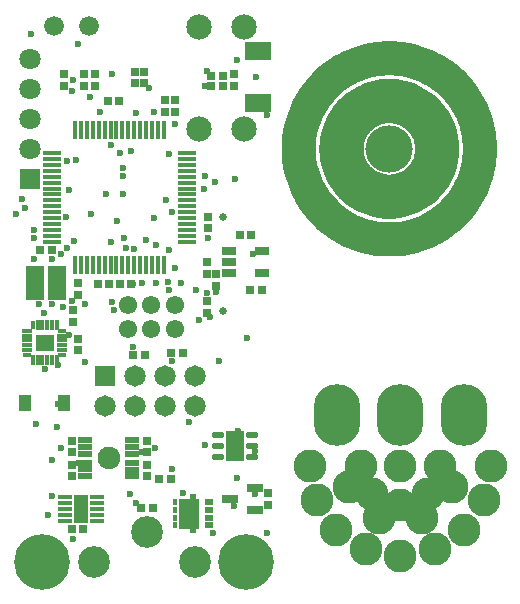
<source format=gbs>
G04*
G04 #@! TF.GenerationSoftware,Altium Limited,Altium Designer,20.0.13 (296)*
G04*
G04 Layer_Color=16711935*
%FSLAX25Y25*%
%MOIN*%
G70*
G01*
G75*
%ADD42C,0.11200*%
%ADD45C,0.14575*%
%ADD92C,0.15750*%
%ADD98R,0.03150X0.03110*%
%ADD100R,0.02953X0.02559*%
%ADD101R,0.02559X0.02953*%
%ADD111R,0.03110X0.03150*%
%ADD117O,0.15591X0.20591*%
%ADD120C,0.07591*%
%ADD121C,0.06591*%
%ADD122C,0.06102*%
%ADD123R,0.05891X0.05391*%
%ADD124R,0.07087X0.07087*%
%ADD125C,0.07087*%
%ADD126R,0.07146X0.07146*%
%ADD127C,0.07146*%
%ADD128C,0.08465*%
%ADD129C,0.18591*%
%ADD130C,0.10591*%
%ADD131C,0.02559*%
%ADD132C,0.02362*%
%ADD133C,0.11000*%
%ADD134R,0.04528X0.01772*%
%ADD135R,0.02559X0.01968*%
%ADD136R,0.01772X0.02165*%
%ADD137R,0.07091X0.10236*%
%ADD138R,0.02284X0.02087*%
%ADD139R,0.04528X0.01969*%
%ADD140R,0.01191X0.02791*%
%ADD141R,0.01378X0.03543*%
%ADD142R,0.02791X0.01191*%
%ADD143R,0.03543X0.01378*%
%ADD144R,0.04921X0.02953*%
%ADD145R,0.08858X0.06102*%
%ADD146R,0.06496X0.11221*%
%ADD147R,0.05512X0.02953*%
%ADD148R,0.06091X0.09921*%
G04:AMPARAMS|DCode=149|XSize=39.76mil|YSize=21.65mil|CornerRadius=4.92mil|HoleSize=0mil|Usage=FLASHONLY|Rotation=0.000|XOffset=0mil|YOffset=0mil|HoleType=Round|Shape=RoundedRectangle|*
%AMROUNDEDRECTD149*
21,1,0.03976,0.01181,0,0,0.0*
21,1,0.02992,0.02165,0,0,0.0*
1,1,0.00984,0.01496,-0.00591*
1,1,0.00984,-0.01496,-0.00591*
1,1,0.00984,-0.01496,0.00591*
1,1,0.00984,0.01496,0.00591*
%
%ADD149ROUNDEDRECTD149*%
%ADD150R,0.04173X0.05394*%
%ADD151R,0.01772X0.06398*%
%ADD152R,0.06398X0.01772*%
%ADD153R,0.05091X0.09646*%
D42*
X677059Y543108D02*
X677043Y544106D01*
X676993Y545104D01*
X676911Y546099D01*
X676795Y547091D01*
X676647Y548078D01*
X676467Y549060D01*
X676254Y550036D01*
X676008Y551004D01*
X675731Y551964D01*
X675423Y552914D01*
X675083Y553853D01*
X674712Y554780D01*
X674311Y555694D01*
X673880Y556595D01*
X673419Y557481D01*
X672929Y558351D01*
X672411Y559205D01*
X671865Y560041D01*
X671291Y560859D01*
X670691Y561657D01*
X670065Y562435D01*
X669413Y563191D01*
X668737Y563926D01*
X668037Y564638D01*
X667313Y565326D01*
X666567Y565990D01*
X665800Y566630D01*
X665012Y567243D01*
X664204Y567830D01*
X663377Y568390D01*
X662532Y568922D01*
X661670Y569426D01*
X660792Y569902D01*
X659898Y570348D01*
X658990Y570764D01*
X658069Y571150D01*
X657136Y571505D01*
X656191Y571829D01*
X655237Y572122D01*
X654273Y572383D01*
X653301Y572612D01*
X652322Y572809D01*
X651337Y572974D01*
X650347Y573105D01*
X649353Y573204D01*
X648356Y573270D01*
X647358Y573303D01*
X646360D01*
X645362Y573270D01*
X644365Y573204D01*
X643371Y573105D01*
X642382Y572974D01*
X641397Y572809D01*
X640417Y572612D01*
X639445Y572383D01*
X638482Y572122D01*
X637527Y571829D01*
X636582Y571505D01*
X635649Y571150D01*
X634728Y570764D01*
X633820Y570348D01*
X632927Y569902D01*
X632048Y569426D01*
X631186Y568922D01*
X630341Y568390D01*
X629514Y567830D01*
X628707Y567243D01*
X627918Y566630D01*
X627151Y565990D01*
X626405Y565326D01*
X625682Y564638D01*
X624981Y563926D01*
X624305Y563191D01*
X623653Y562435D01*
X623027Y561657D01*
X622427Y560859D01*
X621853Y560041D01*
X621307Y559205D01*
X620789Y558352D01*
X620299Y557481D01*
X619838Y556595D01*
X619407Y555694D01*
X619006Y554780D01*
X618635Y553853D01*
X618295Y552914D01*
X617987Y551964D01*
X617710Y551004D01*
X617465Y550036D01*
X617252Y549060D01*
X617071Y548078D01*
X616923Y547091D01*
X616808Y546099D01*
X616725Y545104D01*
X616676Y544106D01*
X616659Y543108D01*
X616676Y542109D01*
X616725Y541112D01*
X616808Y540116D01*
X616923Y539124D01*
X617071Y538137D01*
X617252Y537155D01*
X617465Y536179D01*
X617710Y535211D01*
X617987Y534251D01*
X618295Y533302D01*
X618635Y532363D01*
X619006Y531435D01*
X619407Y530521D01*
X619838Y529620D01*
X620299Y528734D01*
X620789Y527864D01*
X621307Y527010D01*
X621853Y526174D01*
X622427Y525356D01*
X623027Y524558D01*
X623653Y523781D01*
X624305Y523024D01*
X624981Y522289D01*
X625682Y521577D01*
X626405Y520889D01*
X627151Y520225D01*
X627918Y519586D01*
X628706Y518972D01*
X629514Y518385D01*
X630341Y517825D01*
X631186Y517293D01*
X632048Y516789D01*
X632926Y516314D01*
X633820Y515868D01*
X634728Y515451D01*
X635649Y515065D01*
X636582Y514710D01*
X637527Y514386D01*
X638481Y514093D01*
X639445Y513832D01*
X640417Y513603D01*
X641396Y513406D01*
X642381Y513241D01*
X643371Y513110D01*
X644365Y513011D01*
X645362Y512945D01*
X646360Y512912D01*
X647358Y512912D01*
X648356Y512945D01*
X649353Y513011D01*
X650347Y513110D01*
X651336Y513241D01*
X652321Y513406D01*
X653301Y513602D01*
X654273Y513832D01*
X655236Y514093D01*
X656191Y514386D01*
X657136Y514710D01*
X658069Y515065D01*
X658990Y515451D01*
X659898Y515867D01*
X660791Y516313D01*
X661670Y516789D01*
X662532Y517293D01*
X663377Y517825D01*
X664204Y518385D01*
X665012Y518972D01*
X665800Y519585D01*
X666567Y520224D01*
X667313Y520889D01*
X668036Y521577D01*
X668737Y522289D01*
X669413Y523024D01*
X670065Y523780D01*
X670691Y524558D01*
X671291Y525356D01*
X671865Y526174D01*
X672411Y527010D01*
X672929Y527864D01*
X673419Y528734D01*
X673880Y529620D01*
X674311Y530521D01*
X674712Y531435D01*
X675083Y532363D01*
X675423Y533301D01*
X675731Y534251D01*
X676008Y535211D01*
X676254Y536179D01*
X676467Y537155D01*
X676647Y538137D01*
X676795Y539124D01*
X676911Y540116D01*
X676993Y541112D01*
X677043Y542109D01*
X677059Y543108D01*
D45*
X662809Y543108D02*
X662778Y544109D01*
X662683Y545107D01*
X662527Y546096D01*
X662308Y547074D01*
X662029Y548036D01*
X661689Y548979D01*
X661291Y549899D01*
X660836Y550792D01*
X660326Y551654D01*
X659763Y552483D01*
X659149Y553274D01*
X658486Y554026D01*
X657778Y554735D01*
X657026Y555397D01*
X656234Y556011D01*
X655406Y556574D01*
X654543Y557085D01*
X653650Y557540D01*
X652731Y557937D01*
X651788Y558277D01*
X650826Y558556D01*
X649848Y558775D01*
X648858Y558932D01*
X647861Y559026D01*
X646859Y559058D01*
X645858Y559026D01*
X644860Y558932D01*
X643870Y558775D01*
X642893Y558556D01*
X641930Y558277D01*
X640988Y557937D01*
X640068Y557540D01*
X639175Y557085D01*
X638313Y556575D01*
X637484Y556011D01*
X636692Y555397D01*
X635941Y554735D01*
X635232Y554026D01*
X634569Y553274D01*
X633955Y552483D01*
X633392Y551654D01*
X632882Y550792D01*
X632427Y549899D01*
X632029Y548979D01*
X631690Y548036D01*
X631410Y547074D01*
X631192Y546096D01*
X631035Y545107D01*
X630941Y544109D01*
X630909Y543108D01*
X630941Y542106D01*
X631035Y541108D01*
X631192Y540119D01*
X631410Y539141D01*
X631690Y538179D01*
X632029Y537236D01*
X632427Y536316D01*
X632882Y535424D01*
X633392Y534561D01*
X633955Y533732D01*
X634570Y532941D01*
X635232Y532189D01*
X635941Y531481D01*
X636692Y530818D01*
X637484Y530204D01*
X638313Y529640D01*
X639175Y529130D01*
X640068Y528676D01*
X640988Y528278D01*
X641930Y527938D01*
X642893Y527659D01*
X643870Y527440D01*
X644860Y527283D01*
X645858Y527189D01*
X646859Y527157D01*
X647861Y527189D01*
X648858Y527283D01*
X649848Y527440D01*
X650826Y527659D01*
X651788Y527938D01*
X652731Y528278D01*
X653650Y528676D01*
X654543Y529131D01*
X655406Y529640D01*
X656234Y530204D01*
X657026Y530818D01*
X657778Y531481D01*
X658486Y532189D01*
X659149Y532941D01*
X659763Y533732D01*
X660326Y534561D01*
X660836Y535424D01*
X661291Y536316D01*
X661689Y537236D01*
X662029Y538179D01*
X662308Y539141D01*
X662527Y540119D01*
X662683Y541109D01*
X662778Y542106D01*
X662809Y543108D01*
D92*
X646859D02*
D03*
D98*
X541228Y416500D02*
D03*
X544772D02*
D03*
X548772Y564000D02*
D03*
X545228D02*
D03*
X548772Y568000D02*
D03*
X545228D02*
D03*
X553228Y559000D02*
D03*
X556772D02*
D03*
X553272Y498000D02*
D03*
X549728D02*
D03*
X600772Y514500D02*
D03*
X597228D02*
D03*
X557228Y498000D02*
D03*
X560772D02*
D03*
D100*
X573969Y433000D02*
D03*
X570031D02*
D03*
X567969Y423500D02*
D03*
X564032Y423500D02*
D03*
X577969Y475000D02*
D03*
X574031D02*
D03*
X561531Y474500D02*
D03*
X565469D02*
D03*
X587532Y564000D02*
D03*
X591468D02*
D03*
X591468Y567500D02*
D03*
X587532D02*
D03*
X534469Y509500D02*
D03*
X530532D02*
D03*
X604468Y496000D02*
D03*
X600531D02*
D03*
D101*
X538500Y564032D02*
D03*
Y567969D02*
D03*
X572000Y555532D02*
D03*
Y559469D02*
D03*
X575500Y555532D02*
D03*
Y559469D02*
D03*
X541500Y489468D02*
D03*
Y485532D02*
D03*
X589000Y501469D02*
D03*
Y497532D02*
D03*
X586000Y488531D02*
D03*
Y492469D02*
D03*
X543000Y498468D02*
D03*
Y494531D02*
D03*
X606500Y424532D02*
D03*
Y428469D02*
D03*
X586000Y501532D02*
D03*
Y505469D02*
D03*
X595000Y567937D02*
D03*
Y564000D02*
D03*
D111*
X566000Y445772D02*
D03*
Y442228D02*
D03*
Y437772D02*
D03*
Y434228D02*
D03*
X541000Y442228D02*
D03*
Y445772D02*
D03*
X541000Y437772D02*
D03*
X541000Y434228D02*
D03*
X562000Y565228D02*
D03*
Y568772D02*
D03*
X565000Y565228D02*
D03*
Y568772D02*
D03*
X586500Y520272D02*
D03*
Y516728D02*
D03*
X543000Y476228D02*
D03*
Y479772D02*
D03*
D117*
X629338Y454384D02*
D03*
X671896D02*
D03*
X650565D02*
D03*
D120*
X553374Y440024D02*
D03*
D121*
X546811Y584000D02*
D03*
X535000D02*
D03*
D122*
X559626Y483126D02*
D03*
X567500Y483063D02*
D03*
X575374D02*
D03*
Y491000D02*
D03*
X567500D02*
D03*
X559626D02*
D03*
D123*
X532000Y478500D02*
D03*
D124*
X527000Y533000D02*
D03*
D125*
Y543000D02*
D03*
Y553000D02*
D03*
Y563000D02*
D03*
Y573000D02*
D03*
D126*
X552000Y467500D02*
D03*
D127*
X562000D02*
D03*
X572000D02*
D03*
X582000D02*
D03*
X552000Y457500D02*
D03*
X562000D02*
D03*
X572000D02*
D03*
X582000D02*
D03*
D128*
X598551Y549665D02*
D03*
Y583681D02*
D03*
X583591D02*
D03*
Y549665D02*
D03*
D129*
X599000Y405500D02*
D03*
X531000D02*
D03*
D130*
X566000Y415500D02*
D03*
X548500Y405500D02*
D03*
X582000D02*
D03*
D131*
X591575Y489000D02*
D03*
Y520496D02*
D03*
D132*
X585222Y529762D02*
D03*
X588681Y532026D02*
D03*
X585570Y533918D02*
D03*
X522406Y521292D02*
D03*
X599394Y480235D02*
D03*
X596579Y449130D02*
D03*
X587259Y487096D02*
D03*
X528500Y516000D02*
D03*
Y513500D02*
D03*
X539963Y529537D02*
D03*
X558251Y534056D02*
D03*
X558231Y536830D02*
D03*
X560728Y542272D02*
D03*
X557111Y541612D02*
D03*
X558500Y513500D02*
D03*
X532000Y469586D02*
D03*
X552500Y528000D02*
D03*
X573500Y509500D02*
D03*
X569000Y511000D02*
D03*
X583500Y486000D02*
D03*
X602134Y428134D02*
D03*
X561500Y498200D02*
D03*
X527500Y581500D02*
D03*
X602500Y567000D02*
D03*
X558000Y528000D02*
D03*
X595552Y533135D02*
D03*
X606000Y415000D02*
D03*
X529000Y451500D02*
D03*
X545500Y472000D02*
D03*
X586500Y513500D02*
D03*
X575500Y503500D02*
D03*
X524500Y526500D02*
D03*
X574500Y472500D02*
D03*
X541500Y413000D02*
D03*
X533000Y421000D02*
D03*
X534500Y427500D02*
D03*
Y439500D02*
D03*
X574532Y522031D02*
D03*
X596000Y433500D02*
D03*
X564500Y498500D02*
D03*
X531734Y488328D02*
D03*
X538000Y490500D02*
D03*
X534500Y491500D02*
D03*
X530000D02*
D03*
X559000Y510000D02*
D03*
X541000Y492531D02*
D03*
X554500Y492000D02*
D03*
X555000Y489500D02*
D03*
X561531Y476968D02*
D03*
X569000Y498500D02*
D03*
X553957Y511957D02*
D03*
X561685Y509685D02*
D03*
X565768Y512768D02*
D03*
X568469Y520031D02*
D03*
X562500Y555000D02*
D03*
X550500Y555500D02*
D03*
X541500Y566000D02*
D03*
X541000Y562500D02*
D03*
X554500Y568000D02*
D03*
X547000Y560500D02*
D03*
X573500Y541500D02*
D03*
X573086Y498586D02*
D03*
X572532Y525969D02*
D03*
X586000Y495000D02*
D03*
X589000Y495500D02*
D03*
X573500Y496000D02*
D03*
X547500Y521500D02*
D03*
X525500Y523248D02*
D03*
X541926Y512574D02*
D03*
X580000Y452000D02*
D03*
X539500Y510131D02*
D03*
X590000Y472500D02*
D03*
X537500Y508000D02*
D03*
X534500Y506468D02*
D03*
X528516Y506516D02*
D03*
X542500Y539500D02*
D03*
X539500Y539000D02*
D03*
X575500Y551335D02*
D03*
X568469Y555532D02*
D03*
X566728Y563500D02*
D03*
X554000Y544500D02*
D03*
X568838Y443500D02*
D03*
X564500Y442000D02*
D03*
X602000Y442500D02*
D03*
X606000Y554500D02*
D03*
X596158Y572657D02*
D03*
X585500Y564000D02*
D03*
X586031Y569000D02*
D03*
X577500Y498500D02*
D03*
X582500Y496000D02*
D03*
X545362Y491362D02*
D03*
X540011Y481011D02*
D03*
X556000Y519000D02*
D03*
X562532Y425000D02*
D03*
X536500Y471000D02*
D03*
X539000Y520272D02*
D03*
X585500Y444500D02*
D03*
X601500Y508000D02*
D03*
X595000Y424000D02*
D03*
X587968Y415000D02*
D03*
X543000Y578000D02*
D03*
X536500Y458000D02*
D03*
X574500Y436500D02*
D03*
X536000Y450500D02*
D03*
X543500Y438500D02*
D03*
X537500Y443500D02*
D03*
X578000Y428500D02*
D03*
X560500Y428000D02*
D03*
X635621Y530869D02*
D03*
X653121Y571369D02*
D03*
X659621Y567369D02*
D03*
X646859Y514621D02*
D03*
Y508923D02*
D03*
X650621Y516869D02*
D03*
X652621Y511369D02*
D03*
X655621Y518369D02*
D03*
X658121Y513369D02*
D03*
X660621Y520369D02*
D03*
X664121Y515869D02*
D03*
X665621Y523369D02*
D03*
X670121Y520369D02*
D03*
Y528369D02*
D03*
X675121Y526369D02*
D03*
X673621Y533869D02*
D03*
X678121Y532869D02*
D03*
X674121Y540369D02*
D03*
X680121Y539869D02*
D03*
X674621Y546369D02*
D03*
X680621Y547369D02*
D03*
X672280Y553257D02*
D03*
X678621Y554369D02*
D03*
X669121Y558869D02*
D03*
X674621Y561369D02*
D03*
X665121Y563369D02*
D03*
X668121Y567869D02*
D03*
X660621Y573869D02*
D03*
X653621Y576369D02*
D03*
X646859Y571040D02*
D03*
Y576528D02*
D03*
X635796Y543108D02*
D03*
X627621Y549369D02*
D03*
X630121Y555369D02*
D03*
X636621Y560869D02*
D03*
X643121Y563869D02*
D03*
X645621Y557369D02*
D03*
X642121Y556369D02*
D03*
X638121Y554369D02*
D03*
X634121Y551369D02*
D03*
X631621Y547869D02*
D03*
X635621Y534869D02*
D03*
X628121Y536369D02*
D03*
X632621Y537869D02*
D03*
X626768Y543108D02*
D03*
X630811D02*
D03*
X644694Y541458D02*
D03*
D133*
X650565Y437513D02*
D03*
X662108Y409576D02*
D03*
X650545Y407276D02*
D03*
X638981Y409576D02*
D03*
X629178Y416126D02*
D03*
X622628Y425929D02*
D03*
X620328Y437492D02*
D03*
X680761D02*
D03*
X678461Y425929D02*
D03*
X671911Y416126D02*
D03*
X663734Y437492D02*
D03*
X659871Y428166D02*
D03*
X650545Y424303D02*
D03*
X643388Y420215D02*
D03*
X637356Y437492D02*
D03*
X667822Y430336D02*
D03*
X657701Y420215D02*
D03*
X641219Y428166D02*
D03*
X633267Y430336D02*
D03*
D134*
X549315Y419063D02*
D03*
Y421032D02*
D03*
Y423000D02*
D03*
Y424968D02*
D03*
Y426937D02*
D03*
X538685D02*
D03*
Y424968D02*
D03*
Y423000D02*
D03*
Y421032D02*
D03*
Y419063D02*
D03*
D135*
X586929Y425339D02*
D03*
Y422780D02*
D03*
Y420221D02*
D03*
Y417661D02*
D03*
D136*
X575512D02*
D03*
Y420221D02*
D03*
Y422780D02*
D03*
Y425339D02*
D03*
D137*
X580000Y421500D02*
D03*
D138*
X581417Y427071D02*
D03*
Y415929D02*
D03*
D139*
X561248Y446028D02*
D03*
Y443665D02*
D03*
Y441500D02*
D03*
Y438547D02*
D03*
Y436185D02*
D03*
Y434020D02*
D03*
X545500Y446028D02*
D03*
Y443862D02*
D03*
Y441500D02*
D03*
Y438547D02*
D03*
Y436382D02*
D03*
Y434020D02*
D03*
D140*
X528063Y484406D02*
D03*
D141*
X529638D02*
D03*
X531213D02*
D03*
X532787D02*
D03*
X534362D02*
D03*
X535937D02*
D03*
Y472594D02*
D03*
X534362D02*
D03*
X532787D02*
D03*
X531213D02*
D03*
X529638D02*
D03*
X528063D02*
D03*
D142*
X537906Y482437D02*
D03*
Y474563D02*
D03*
X526094D02*
D03*
D143*
X537906Y480862D02*
D03*
Y479287D02*
D03*
Y477713D02*
D03*
Y476138D02*
D03*
X526094D02*
D03*
Y477713D02*
D03*
Y479287D02*
D03*
Y480862D02*
D03*
Y482437D02*
D03*
D144*
X593488Y505500D02*
D03*
Y501760D02*
D03*
Y509240D02*
D03*
X604512D02*
D03*
Y501760D02*
D03*
D145*
X603000Y575661D02*
D03*
Y558339D02*
D03*
D146*
X536240Y498500D02*
D03*
X528760D02*
D03*
D147*
X593866Y426500D02*
D03*
X602134Y422760D02*
D03*
Y430240D02*
D03*
D148*
X595500Y444000D02*
D03*
D149*
X601150Y440260D02*
D03*
Y444000D02*
D03*
Y447740D02*
D03*
X589850D02*
D03*
Y444000D02*
D03*
Y440260D02*
D03*
D150*
X525563Y458500D02*
D03*
X538437D02*
D03*
D151*
X571673Y549543D02*
D03*
X569705D02*
D03*
X567736D02*
D03*
X565768D02*
D03*
X563799D02*
D03*
X561831D02*
D03*
X559862D02*
D03*
X557894D02*
D03*
X555925D02*
D03*
X553957D02*
D03*
X551988D02*
D03*
X550020D02*
D03*
X548051D02*
D03*
X546083D02*
D03*
X544114D02*
D03*
X542146D02*
D03*
Y504362D02*
D03*
X544114D02*
D03*
X546083D02*
D03*
X548051D02*
D03*
X550020D02*
D03*
X551988D02*
D03*
X553957D02*
D03*
X555925D02*
D03*
X557894D02*
D03*
X559862D02*
D03*
X561831D02*
D03*
X563799D02*
D03*
X565768D02*
D03*
X567736D02*
D03*
X569705D02*
D03*
X571673D02*
D03*
D152*
X534319Y541716D02*
D03*
Y539748D02*
D03*
Y537780D02*
D03*
Y535811D02*
D03*
Y533843D02*
D03*
Y531874D02*
D03*
Y529906D02*
D03*
Y527937D02*
D03*
Y525969D02*
D03*
Y524000D02*
D03*
Y522031D02*
D03*
Y520063D02*
D03*
Y518094D02*
D03*
Y516126D02*
D03*
Y514157D02*
D03*
Y512189D02*
D03*
X579500D02*
D03*
Y514157D02*
D03*
Y516126D02*
D03*
Y518094D02*
D03*
Y520063D02*
D03*
Y522031D02*
D03*
Y524000D02*
D03*
Y525969D02*
D03*
Y527937D02*
D03*
Y529906D02*
D03*
Y531874D02*
D03*
Y533843D02*
D03*
Y535811D02*
D03*
Y537780D02*
D03*
Y539748D02*
D03*
Y541716D02*
D03*
D153*
X544000Y423000D02*
D03*
M02*

</source>
